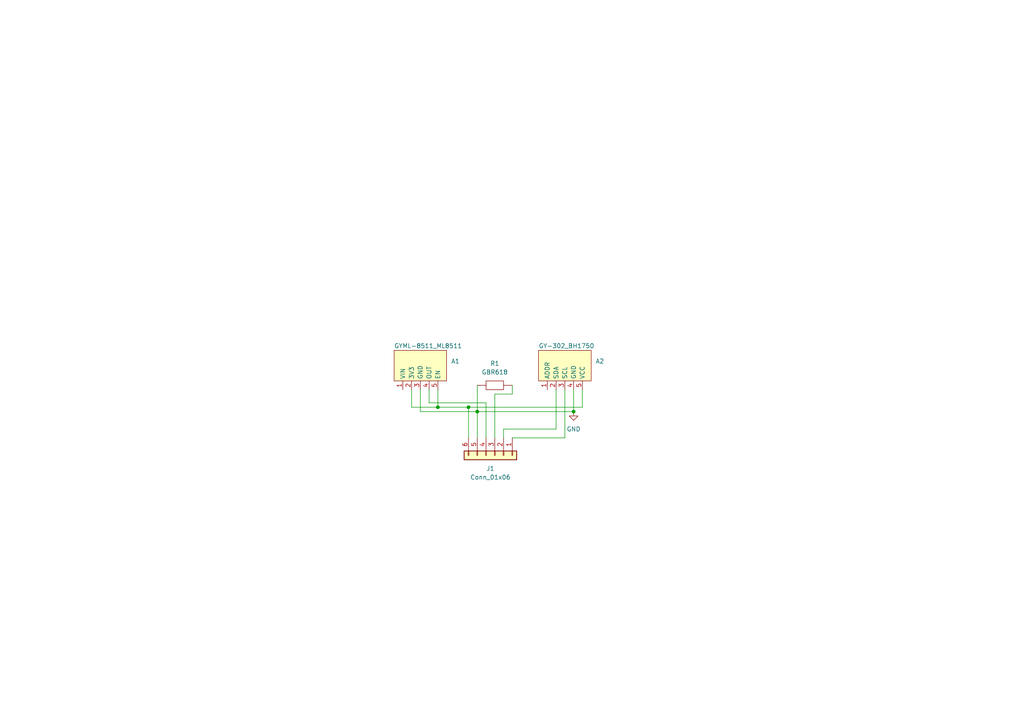
<source format=kicad_sch>
(kicad_sch (version 20211123) (generator eeschema)
  (paper "A4")
  (title_block (title "Deska pro měření světla a UV intenzity") (date "2022-03-02") (rev "1.1") (company "Michal Basler") (comment 1 "Maturitní práce 2021/22"))
  (lib_symbols
    (symbol "Connector_Generic:Conn_01x06" (pin_names (offset 1.016) hide)
      (property "Reference" "J" (at 0 7.62 0))
      (property "Value" "Conn_01x06" (at 0 -10.16 0))
      (symbol "Conn_01x06_1_1"
        (rectangle (start -1.27 -7.493) (end 0 -7.747) (stroke (width 0.1524)))
        (rectangle (start -1.27 -4.953) (end 0 -5.207) (stroke (width 0.1524)))
        (rectangle (start -1.27 -2.413) (end 0 -2.667) (stroke (width 0.1524)))
        (rectangle (start -1.27 0.127) (end 0 -0.127) (stroke (width 0.1524)))
        (rectangle (start -1.27 2.667) (end 0 2.413) (stroke (width 0.1524)))
        (rectangle (start -1.27 5.207) (end 0 4.953) (stroke (width 0.1524)))
        (rectangle (start -1.27 6.35) (end 1.27 -8.89) (stroke (width 0.254)) (fill (type background)))
        (pin passive line (at -5.08 5.08 0) (length 3.81) (name "Pin_1") (number "1"))
        (pin passive line (at -5.08 2.54 0) (length 3.81) (name "Pin_2") (number "2"))
        (pin passive line (at -5.08 0 0) (length 3.81) (name "Pin_3") (number "3"))
        (pin passive line (at -5.08 -2.54 0) (length 3.81) (name "Pin_4") (number "4"))
        (pin passive line (at -5.08 -5.08 0) (length 3.81) (name "Pin_5") (number "5"))
        (pin passive line (at -5.08 -7.62 0) (length 3.81) (name "Pin_6") (number "6"))
      )
    )
    (symbol "GBR618-19:GBR618"
      (property "Reference" "R" (at 0 -2.54 0))
      (property "Value" "GBR618" (at 0 2.54 0))
      (symbol "GBR618_0_0"
        (rectangle (start -2.54 1.27) (end 2.54 -1.27))
      )
      (symbol "GBR618_1_1"
        (pin unspecified line (at -5.08 0 0) (length 2.54) (name "") (number ""))
        (pin unspecified line (at 5.08 0 180) (length 2.54) (name "") (number ""))
      )
    )
    (symbol "GY-302_BH1750:GY-302_BH1750"
      (property "Reference" "A" (at 6.35 10.16 0))
      (property "Value" "GY-302_BH1750" (at -3.81 10.16 0))
      (symbol "GY-302_BH1750_0_1"
        (rectangle (start -7.62 0) (end 7.62 8.89) (fill (type background)))
        (rectangle (start 7.62 5.08) (end 7.62 5.08))
      )
      (symbol "GY-302_BH1750_1_1"
        (pin input line (at -5.08 -2.54 90) (length 2.54) (name "ADDR") (number "1"))
        (pin bidirectional line (at -2.54 -2.54 90) (length 2.54) (name "SDA") (number "2"))
        (pin bidirectional line (at 0 -2.54 90) (length 2.54) (name "SCL") (number "3"))
        (pin power_in line (at 2.54 -2.54 90) (length 2.54) (name "GND") (number "4"))
        (pin power_in line (at 5.08 -2.54 90) (length 2.54) (name "VCC") (number "5"))
      )
    )
    (symbol "GYML-8511_ML8511:GYML-8511_ML8511"
      (property "Reference" "A" (at 11.43 3.81 0))
      (property "Value" "GYML-8511_ML8511" (at 0 3.81 0))
      (symbol "GYML-8511_ML8511_0_0"
        (rectangle (start -7.62 -6.35) (end 7.62 2.54) (fill (type background)))
      )
      (symbol "GYML-8511_ML8511_1_1"
        (pin power_in line (at -5.08 -8.89 90) (length 2.54) (name "VIN") (number "1"))
        (pin power_in line (at -2.54 -8.89 90) (length 2.54) (name "3V3") (number "2"))
        (pin power_in line (at 0 -8.89 90) (length 2.54) (name "GND") (number "3"))
        (pin output line (at 2.54 -8.89 90) (length 2.54) (name "OUT") (number "4"))
        (pin input line (at 5.08 -8.89 90) (length 2.54) (name "EN") (number "5"))
      )
    )
    (symbol "power:GND" (power) (pin_names (offset 0))
      (property "Value" "GND" (at 0 -3.81 0))
      (symbol "GND_0_1"
        (polyline (pts (xy 0 0) (xy 0 -1.27) (xy 1.27 -1.27) (xy 0 -2.54) (xy -1.27 -1.27) (xy 0 -1.27)))
      )
      (symbol "GND_1_1"
        (pin power_in line (at 0 0 270) (length 0) hide (name "GND") (number "1"))
      )
    )
  )
  (junction (at 166.37 119.38))
  (junction (at 135.89 118.11))
  (junction (at 127 118.11))
  (junction (at 138.43 119.38))
  (wire (pts (xy 163.83 113.03) (xy 163.83 127)))
  (wire (pts (xy 119.38 118.11) (xy 119.38 113.03)))
  (wire (pts (xy 138.43 119.38) (xy 121.92 119.38)))
  (wire (pts (xy 138.43 119.38) (xy 138.43 127)))
  (wire (pts (xy 127 113.03) (xy 127 118.11)))
  (wire (pts (xy 135.89 118.11) (xy 135.89 127)))
  (wire (pts (xy 140.97 127) (xy 140.97 116.84)))
  (wire (pts (xy 161.29 124.46) (xy 161.29 113.03)))
  (wire (pts (xy 168.91 113.03) (xy 168.91 118.11)))
  (wire (pts (xy 135.89 118.11) (xy 127 118.11)))
  (wire (pts (xy 163.83 127) (xy 148.59 127)))
  (wire (pts (xy 121.92 119.38) (xy 121.92 113.03)))
  (wire (pts (xy 146.05 124.46) (xy 161.29 124.46)))
  (wire (pts (xy 148.59 114.3) (xy 148.59 111.76)))
  (wire (pts (xy 143.51 127) (xy 143.51 114.3)))
  (wire (pts (xy 135.89 118.11) (xy 168.91 118.11)))
  (wire (pts (xy 143.51 114.3) (xy 148.59 114.3)))
  (wire (pts (xy 127 118.11) (xy 119.38 118.11)))
  (wire (pts (xy 140.97 116.84) (xy 124.46 116.84)))
  (wire (pts (xy 166.37 119.38) (xy 138.43 119.38)))
  (wire (pts (xy 124.46 116.84) (xy 124.46 113.03)))
  (wire (pts (xy 138.43 111.76) (xy 138.43 119.38)))
  (wire (pts (xy 146.05 127) (xy 146.05 124.46)))
  (wire (pts (xy 166.37 113.03) (xy 166.37 119.38)))
  (symbol (lib_id "power:GND") (at 166.37 119.38 0) (unit 1)
    (property "Reference" "#PWR01" (effects hide))
    (property "Value" "GND" (at 166.37 124.46 0))
  )
  (symbol (lib_id "GY-302_BH1750:GY-302_BH1750") (at 163.83 110.49 0) (unit 1)
    (property "Reference" "A2" (at 172.72 104.7749 0) (effects (justify left)))
    (property "Value" "GY-302_BH1750" (at 156.21 100.33 0) (effects (justify left)))
  )
  (symbol (lib_id "GBR618-19:GBR618") (at 143.51 111.76 180) (unit 1)
    (property "Reference" "R1" (at 143.51 105.41 0))
    (property "Value" "GBR618" (at 143.51 107.95 0))
  )
  (symbol (lib_id "GYML-8511_ML8511:GYML-8511_ML8511") (at 121.92 104.14 0) (unit 1)
    (property "Reference" "A1" (at 130.81 104.7749 0) (effects (justify left)))
    (property "Value" "GYML-8511_ML8511" (at 114.3 100.33 0) (effects (justify left)))
  )
  (symbol (lib_id "Connector_Generic:Conn_01x06") (at 143.51 132.08 270) (unit 1)
    (property "Reference" "J1" (at 142.24 135.89 90))
    (property "Value" "Conn_01x06" (at 142.24 138.43 90))
    (property "Footprint" "Connector_PinHeader_2.54mm:PinHeader_1x06_P2.54mm_Horizontal" (effects hide))
  )
)
</source>
